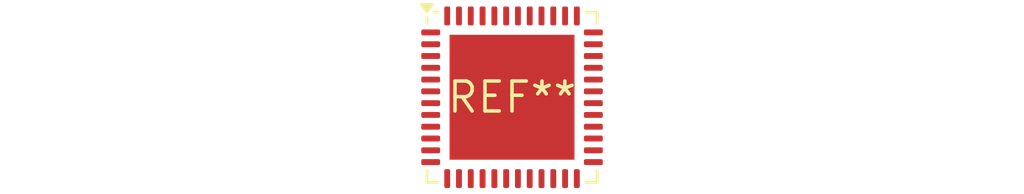
<source format=kicad_pcb>
(kicad_pcb (version 20240108) (generator pcbnew)
  (layers (0 "F.Cu" signal) (31 "B.Cu" signal) (34 "B.Paste" user) (35 "F.Paste" user) (36 "B.SilkS" user "B.Silkscreen") (37 "F.SilkS" user "F.Silkscreen") (38 "B.Mask" user) (39 "F.Mask" user) (44 "Edge.Cuts" user))
  (net 0 "")
  (footprint "QFN-48-1EP_7x7mm_P0.5mm_EP5.3x5.3mm" (layer "F.Cu") (at 0 0)
    (property "Reference" "REF**")
    (property "Value" "QFN-48-1EP_7x7mm_P0.5mm_EP5.3x5.3mm")
    (fp_line (start -3.61 -3.135) (end -3.61 -3.37) (layer "F.SilkS") (stroke (width 0.12)))
    (fp_line (start -3.61 3.61) (end -3.61 3.135) (layer "F.SilkS") (stroke (width 0.12)))
    (fp_line (start -3.135 -3.61) (end -3.31 -3.61) (layer "F.SilkS") (stroke (width 0.12)))
    (fp_line (start -3.135 3.61) (end -3.61 3.61) (layer "F.SilkS") (stroke (width 0.12)))
    (fp_line (start 3.135 -3.61) (end 3.61 -3.61) (layer "F.SilkS") (stroke (width 0.12)))
    (fp_line (start 3.135 3.61) (end 3.61 3.61) (layer "F.SilkS") (stroke (width 0.12)))
    (fp_line (start 3.61 -3.61) (end 3.61 -3.135) (layer "F.SilkS") (stroke (width 0.12)))
    (fp_line (start 3.61 3.61) (end 3.61 3.135) (layer "F.SilkS") (stroke (width 0.12)))
    (fp_poly (pts (xy -3.61 -3.61) (xy -3.85 -3.94) (xy -3.37 -3.94) (xy -3.61 -3.61)) (layer "F.SilkS") (stroke (width 0.12)) (fill solid))
    (pad "1" smd roundrect (at -3.45 -2.75) (size 0.8 0.25) (layers "F.Cu" "F.Paste" "F.Mask"))
    (pad "2" smd roundrect (at -3.45 -2.25) (size 0.8 0.25) (layers "F.Cu" "F.Paste" "F.Mask"))
    (pad "3" smd roundrect (at -3.45 -1.75) (size 0.8 0.25) (layers "F.Cu" "F.Paste" "F.Mask"))
    (pad "4" smd roundrect (at -3.45 -1.25) (size 0.8 0.25) (layers "F.Cu" "F.Paste" "F.Mask"))
    (pad "5" smd roundrect (at -3.45 -0.75) (size 0.8 0.25) (layers "F.Cu" "F.Paste" "F.Mask"))
    (pad "6" smd roundrect (at -3.45 -0.25) (size 0.8 0.25) (layers "F.Cu" "F.Paste" "F.Mask"))
    (pad "7" smd roundrect (at -3.45 0.25) (size 0.8 0.25) (layers "F.Cu" "F.Paste" "F.Mask"))
    (pad "8" smd roundrect (at -3.45 0.75) (size 0.8 0.25) (layers "F.Cu" "F.Paste" "F.Mask"))
    (pad "9" smd roundrect (at -3.45 1.25) (size 0.8 0.25) (layers "F.Cu" "F.Paste" "F.Mask"))
    (pad "10" smd roundrect (at -3.45 1.75) (size 0.8 0.25) (layers "F.Cu" "F.Paste" "F.Mask"))
    (pad "11" smd roundrect (at -3.45 2.25) (size 0.8 0.25) (layers "F.Cu" "F.Paste" "F.Mask"))
    (pad "12" smd roundrect (at -3.45 2.75) (size 0.8 0.25) (layers "F.Cu" "F.Paste" "F.Mask"))
    (pad "13" smd roundrect (at -2.75 3.45) (size 0.25 0.8) (layers "F.Cu" "F.Paste" "F.Mask"))
    (pad "14" smd roundrect (at -2.25 3.45) (size 0.25 0.8) (layers "F.Cu" "F.Paste" "F.Mask"))
    (pad "15" smd roundrect (at -1.75 3.45) (size 0.25 0.8) (layers "F.Cu" "F.Paste" "F.Mask"))
    (pad "16" smd roundrect (at -1.25 3.45) (size 0.25 0.8) (layers "F.Cu" "F.Paste" "F.Mask"))
    (pad "17" smd roundrect (at -0.75 3.45) (size 0.25 0.8) (layers "F.Cu" "F.Paste" "F.Mask"))
    (pad "18" smd roundrect (at -0.25 3.45) (size 0.25 0.8) (layers "F.Cu" "F.Paste" "F.Mask"))
    (pad "19" smd roundrect (at 0.25 3.45) (size 0.25 0.8) (layers "F.Cu" "F.Paste" "F.Mask"))
    (pad "20" smd roundrect (at 0.75 3.45) (size 0.25 0.8) (layers "F.Cu" "F.Paste" "F.Mask"))
    (pad "21" smd roundrect (at 1.25 3.45) (size 0.25 0.8) (layers "F.Cu" "F.Paste" "F.Mask"))
    (pad "22" smd roundrect (at 1.75 3.45) (size 0.25 0.8) (layers "F.Cu" "F.Paste" "F.Mask"))
    (pad "23" smd roundrect (at 2.25 3.45) (size 0.25 0.8) (layers "F.Cu" "F.Paste" "F.Mask"))
    (pad "24" smd roundrect (at 2.75 3.45) (size 0.25 0.8) (layers "F.Cu" "F.Paste" "F.Mask"))
    (pad "25" smd roundrect (at 3.45 2.75) (size 0.8 0.25) (layers "F.Cu" "F.Paste" "F.Mask"))
    (pad "26" smd roundrect (at 3.45 2.25) (size 0.8 0.25) (layers "F.Cu" "F.Paste" "F.Mask"))
    (pad "27" smd roundrect (at 3.45 1.75) (size 0.8 0.25) (layers "F.Cu" "F.Paste" "F.Mask"))
    (pad "28" smd roundrect (at 3.45 1.25) (size 0.8 0.25) (layers "F.Cu" "F.Paste" "F.Mask"))
    (pad "29" smd roundrect (at 3.45 0.75) (size 0.8 0.25) (layers "F.Cu" "F.Paste" "F.Mask"))
    (pad "30" smd roundrect (at 3.45 0.25) (size 0.8 0.25) (layers "F.Cu" "F.Paste" "F.Mask"))
    (pad "31" smd roundrect (at 3.45 -0.25) (size 0.8 0.25) (layers "F.Cu" "F.Paste" "F.Mask"))
    (pad "32" smd roundrect (at 3.45 -0.75) (size 0.8 0.25) (layers "F.Cu" "F.Paste" "F.Mask"))
    (pad "33" smd roundrect (at 3.45 -1.25) (size 0.8 0.25) (layers "F.Cu" "F.Paste" "F.Mask"))
    (pad "34" smd roundrect (at 3.45 -1.75) (size 0.8 0.25) (layers "F.Cu" "F.Paste" "F.Mask"))
    (pad "35" smd roundrect (at 3.45 -2.25) (size 0.8 0.25) (layers "F.Cu" "F.Paste" "F.Mask"))
    (pad "36" smd roundrect (at 3.45 -2.75) (size 0.8 0.25) (layers "F.Cu" "F.Paste" "F.Mask"))
    (pad "37" smd roundrect (at 2.75 -3.45) (size 0.25 0.8) (layers "F.Cu" "F.Paste" "F.Mask"))
    (pad "38" smd roundrect (at 2.25 -3.45) (size 0.25 0.8) (layers "F.Cu" "F.Paste" "F.Mask"))
    (pad "39" smd roundrect (at 1.75 -3.45) (size 0.25 0.8) (layers "F.Cu" "F.Paste" "F.Mask"))
    (pad "40" smd roundrect (at 1.25 -3.45) (size 0.25 0.8) (layers "F.Cu" "F.Paste" "F.Mask"))
    (pad "41" smd roundrect (at 0.75 -3.45) (size 0.25 0.8) (layers "F.Cu" "F.Paste" "F.Mask"))
    (pad "42" smd roundrect (at 0.25 -3.45) (size 0.25 0.8) (layers "F.Cu" "F.Paste" "F.Mask"))
    (pad "43" smd roundrect (at -0.25 -3.45) (size 0.25 0.8) (layers "F.Cu" "F.Paste" "F.Mask"))
    (pad "44" smd roundrect (at -0.75 -3.45) (size 0.25 0.8) (layers "F.Cu" "F.Paste" "F.Mask"))
    (pad "45" smd roundrect (at -1.25 -3.45) (size 0.25 0.8) (layers "F.Cu" "F.Paste" "F.Mask"))
    (pad "46" smd roundrect (at -1.75 -3.45) (size 0.25 0.8) (layers "F.Cu" "F.Paste" "F.Mask"))
    (pad "47" smd roundrect (at -2.25 -3.45) (size 0.25 0.8) (layers "F.Cu" "F.Paste" "F.Mask"))
    (pad "48" smd roundrect (at -2.75 -3.45) (size 0.25 0.8) (layers "F.Cu" "F.Paste" "F.Mask"))
    (pad "49" smd rect (at 0 0) (size 5.3 5.3) (property pad_prop_heatsink) (layers "F.Cu" "F.Mask"))
  )
)
</source>
